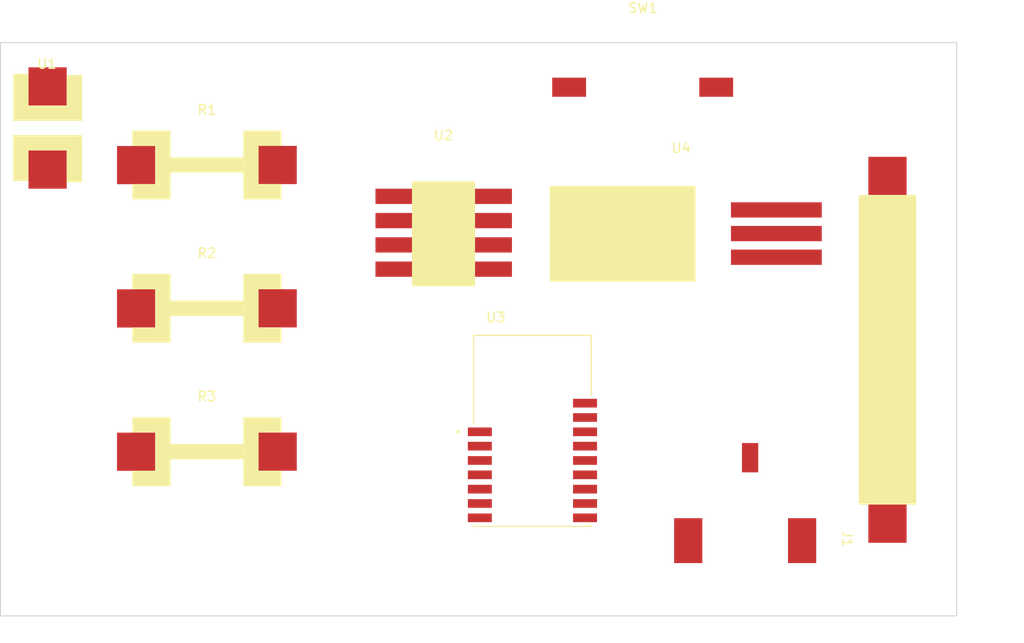
<source format=kicad_pcb>
(kicad_pcb (version 20211014) (generator pcbnew)
  (layers (0 "F.Cu" signal) (31 "B.Cu" signal) (34 "B.Paste" user) (35 "F.Paste" user) (36 "B.SilkS" user "B.Silkscreen") (37 "F.SilkS" user "F.Silkscreen") (38 "B.Mask" user) (39 "F.Mask" user) (44 "Edge.Cuts" user))
  (net 0 "")
  (net 1 "Net-(R1-Pad1)")
  (net 2 "Net-(R2-Pad1)")
  (net 5 "Net-(BT1-Pad1)")
  (net 7 "Net-(U2-Pad6)")
  (net 8 "Net-(BT1-Pad2)")
  (net 9 "Net-(R1-Pad2)")
  (net 23 "Net-(U3-Pad7)")
  (footprint "4DPrinting:TPU" (layer "F.Cu") (at 129.792 79.7968)
    (fp_text reference "R3" (at 0 -5.78 unlocked) (layer "F.SilkS"))
    (fp_text value "TPU")
    (fp_line (start -4.6 2) (end -7.8 2) (layer "B.SilkS") (width 0.0001))
    (fp_line (start -3.8 3.6) (end -7.8 3.6) (layer "B.SilkS") (width 0.0001))
    (fp_line (start -3.8 3.6) (end -3.8 0.4) (layer "B.SilkS") (width 0.0001))
    (fp_line (start 4.6 -2) (end 7.8 -2) (layer "B.SilkS") (width 0.0001))
    (fp_line (start 3.8 -3.6) (end 3.8 -0.4) (layer "B.SilkS") (width 0.0001))
    (fp_line (start 3.8 -3.6) (end 7.8 -3.6) (layer "B.SilkS") (width 0.0001))
    (fp_line (start -7.8 2) (end -7.8 3.6) (layer "B.SilkS") (width 0.0001))
    (fp_line (start 7.8 -2) (end 7.8 -3.6) (layer "B.SilkS") (width 0.0001))
    (fp_line (start 4.6 2) (end 7.8 2) (layer "F.SilkS") (width 0.0001))
    (fp_line (start -3.8 -3.6) (end -3.8 -0.4) (layer "F.SilkS") (width 0.0001))
    (fp_line (start 4.6 -2) (end 4.6 2) (layer "F.SilkS") (width 0.0001))
    (fp_line (start 3.8 3.6) (end 7.8 3.6) (layer "F.SilkS") (width 0.0001))
    (fp_line (start -4.6 -2) (end -4.6 2) (layer "F.SilkS") (width 0.0001))
    (fp_line (start -4.6 -2) (end -7.8 -2) (layer "F.SilkS") (width 0.0001))
    (fp_line (start -3.8 -0.4) (end 3.8 -0.4) (layer "F.SilkS") (width 0.0001))
    (fp_line (start 7.8 2) (end 7.8 3.6) (layer "F.SilkS") (width 0.0001))
    (fp_line (start -3.8 -3.6) (end -7.8 -3.6) (layer "F.SilkS") (width 0.0001))
    (fp_line (start -7.8 -2) (end -7.8 -3.6) (layer "F.SilkS") (width 0.0001))
    (fp_line (start -3.8 0.4) (end 3.8 0.4) (layer "F.SilkS") (width 0.0001))
    (fp_line (start 3.8 3.6) (end 3.8 0.4) (layer "F.SilkS") (width 0.0001))
    (fp_rect (start 3.8 -2) (end 5.4 2) (layer "F.SilkS") (width 0.0001) (fill solid))
    (fp_rect (start -7.8 2) (end -3.8 3.6) (layer "F.SilkS") (width 0.0001) (fill solid))
    (fp_rect (start -7.8 -3.6) (end -3.8 -2) (layer "F.SilkS") (width 0.0001) (fill solid))
    (fp_rect (start 3.8 2) (end 7.8 3.6) (layer "F.SilkS") (width 0.0001) (fill solid))
    (fp_rect (start 3.8 -3.6) (end 7.8 -2) (layer "F.SilkS") (width 0.0001) (fill solid))
    (fp_rect (start -3.8 -0.8) (end 3.8 0.8) (layer "F.SilkS") (width 0.0001) (fill solid))
    (fp_rect (start -5.4 -2) (end -3.8 2) (layer "F.SilkS") (width 0.0001) (fill solid))
    (pad "1" smd rect (at -7.4 0.01) (size 4 4) (layers "F.Cu" "F.Paste" "F.Mask") (net 2 "Net-(R2-Pad1)"))
    (pad "2" smd rect (at 7.4 0) (size 4 4) (layers "F.Cu" "F.Paste" "F.Mask") (net 8 "Net-(BT1-Pad2)"))
  )
  (footprint "4DPrinting:voltage_regulator" (layer "F.Cu") (at 179.3748 57.0484)
    (fp_text reference "U4" (at 0.02 -9.03 unlocked) (layer "F.SilkS"))
    (fp_text value "LD1117V33")
    (fp_rect (start -13.73 -5.05) (end 1.52 4.95) (layer "F.SilkS") (width 0.0001) (fill solid))
    (pad "1" smd rect (at 9.97 2.4) (size 9.5 1.6) (layers "F.Cu" "F.Paste" "F.Mask") (net 8 "Net-(BT1-Pad2)"))
    (pad "2" smd rect (at 9.97 -0.075) (size 9.5 1.6) (layers "F.Cu" "F.Paste" "F.Mask") (net 23 "Net-(U3-Pad7)"))
    (pad "3" smd rect (at 9.97 -2.55) (size 9.5 1.6) (layers "F.Cu" "F.Paste" "F.Mask") (net 9 "Net-(R1-Pad2)"))
  )
  (footprint "4DPrinting:Battery" (layer "F.Cu") (at 200.9648 69.1388 180)
    (fp_text reference "BT1" (at -0.08 -5.9 180 unlocked) (layer "F.SilkS"))
    (fp_text value "Battery")
    (fp_rect (start -3 -16.2) (end 3 16.2) (layer "F.SilkS") (width 0.001) (fill solid))
    (pad "1" smd rect (at 0 18.2 180) (size 4 4) (layers "F.Cu" "F.Paste" "F.Mask") (net 5 "Net-(BT1-Pad1)"))
    (pad "2" smd rect (at 0 -18.2 180) (size 4 4) (layers "F.Cu" "F.Paste" "F.Mask") (net 8 "Net-(BT1-Pad2)"))
  )
  (footprint "4DPrinting:wave_gen" (layer "F.Cu") (at 113.1316 45.9232)
    (fp_text reference "U1" (at -0.08 -6.71 unlocked) (layer "F.SilkS"))
    (fp_text value "Wave Gen")
    (fp_rect (start -3.59 -2.34) (end -1.99 -5.69) (layer "F.SilkS") (width 0.0001) (fill solid))
    (fp_rect (start -3.6 0.75) (end 3.6 2.35) (layer "F.SilkS") (width 0.0001) (fill solid))
    (fp_rect (start 2.01 -2.35) (end 3.61 -5.54) (layer "F.SilkS") (width 0.0001) (fill solid))
    (fp_rect (start 3.61 -0.75) (end -3.59 -2.35) (layer "F.SilkS") (width 0.0001) (fill solid))
    (fp_rect (start -2 2.35) (end -3.6 5.54) (layer "F.SilkS") (width 0.0001) (fill solid))
    (fp_rect (start 3.6 2.34) (end 2 5.69) (layer "F.SilkS") (width 0.0001) (fill solid))
    (pad "1" smd rect (at 0 4.35) (size 4 4) (layers "F.Cu" "F.Paste" "F.Mask") (net 8 "Net-(BT1-Pad2)"))
    (pad "2" smd rect (at 0 -4.35 180) (size 4 4) (layers "F.Cu" "F.Paste" "F.Mask") (net 1 "Net-(R1-Pad1)"))
  )
  (footprint "4DPrinting:custom_lf356" (layer "F.Cu") (at 154.5336 56.9976)
    (fp_text reference "U2" (at 0 -10.31 unlocked) (layer "F.SilkS"))
    (fp_text value "LF356")
    (fp_rect (start -3.3 -5.5) (end 3.3 5.5) (layer "F.SilkS") (width 0.0001) (fill solid))
    (pad "1" smd rect (at -5.1775 -3.92) (size 3.875 1.6) (layers "F.Cu" "F.Paste" "F.Mask"))
    (pad "2" smd rect (at -5.1775 -1.38) (size 3.875 1.6) (layers "F.Cu" "F.Paste" "F.Mask") (net 1 "Net-(R1-Pad1)"))
    (pad "3" smd rect (at -5.1775 1.16) (size 3.875 1.6) (layers "F.Cu" "F.Paste" "F.Mask") (net 2 "Net-(R2-Pad1)"))
    (pad "4" smd rect (at -5.1775 3.7) (size 3.875 1.6) (layers "F.Cu" "F.Paste" "F.Mask") (net 8 "Net-(BT1-Pad2)"))
    (pad "5" smd rect (at 5.22 3.7) (size 3.875 1.6) (layers "F.Cu" "F.Paste" "F.Mask"))
    (pad "6" smd rect (at 5.22 1.16) (size 3.875 1.6) (layers "F.Cu" "F.Paste" "F.Mask") (net 7 "Net-(U2-Pad6)"))
    (pad "7" smd rect (at 5.22 -1.38) (size 3.875 1.6) (layers "F.Cu" "F.Paste" "F.Mask") (net 9 "Net-(R1-Pad2)"))
    (pad "8" smd rect (at 5.22 -3.92) (size 3.875 1.6) (layers "F.Cu" "F.Paste" "F.Mask"))
  )
  (footprint "4DPrinting:TPU" (layer "F.Cu") (at 129.792 49.7968)
    (fp_text reference "R1" (at 0 -5.78 unlocked) (layer "F.SilkS"))
    (fp_text value "TPU")
    (fp_line (start -7.8 2) (end -7.8 3.6) (layer "B.SilkS") (width 0.0001))
    (fp_line (start -4.6 2) (end -7.8 2) (layer "B.SilkS") (width 0.0001))
    (fp_line (start -3.8 3.6) (end -3.8 0.4) (layer "B.SilkS") (width 0.0001))
    (fp_line (start 4.6 -2) (end 7.8 -2) (layer "B.SilkS") (width 0.0001))
    (fp_line (start -3.8 3.6) (end -7.8 3.6) (layer "B.SilkS") (width 0.0001))
    (fp_line (start 7.8 -2) (end 7.8 -3.6) (layer "B.SilkS") (width 0.0001))
    (fp_line (start 3.8 -3.6) (end 7.8 -3.6) (layer "B.SilkS") (width 0.0001))
    (fp_line (start 3.8 -3.6) (end 3.8 -0.4) (layer "B.SilkS") (width 0.0001))
    (fp_line (start 3.8 3.6) (end 7.8 3.6) (layer "F.SilkS") (width 0.0001))
    (fp_line (start -3.8 0.4) (end 3.8 0.4) (layer "F.SilkS") (width 0.0001))
    (fp_line (start 4.6 -2) (end 4.6 2) (layer "F.SilkS") (width 0.0001))
    (fp_line (start 7.8 2) (end 7.8 3.6) (layer "F.SilkS") (width 0.0001))
    (fp_line (start -4.6 -2) (end -7.8 -2) (layer "F.SilkS") (width 0.0001))
    (fp_line (start -3.8 -0.4) (end 3.8 -0.4) (layer "F.SilkS") (width 0.0001))
    (fp_line (start 3.8 3.6) (end 3.8 0.4) (layer "F.SilkS") (width 0.0001))
    (fp_line (start -3.8 -3.6) (end -3.8 -0.4) (layer "F.SilkS") (width 0.0001))
    (fp_line (start 4.6 2) (end 7.8 2) (layer "F.SilkS") (width 0.0001))
    (fp_line (start -7.8 -2) (end -7.8 -3.6) (layer "F.SilkS") (width 0.0001))
    (fp_line (start -4.6 -2) (end -4.6 2) (layer "F.SilkS") (width 0.0001))
    (fp_line (start -3.8 -3.6) (end -7.8 -3.6) (layer "F.SilkS") (width 0.0001))
    (fp_rect (start 3.8 2) (end 7.8 3.6) (layer "F.SilkS") (width 0.0001) (fill solid))
    (fp_rect (start -5.4 -2) (end -3.8 2) (layer "F.SilkS") (width 0.0001) (fill solid))
    (fp_rect (start 3.8 -2) (end 5.4 2) (layer "F.SilkS") (width 0.0001) (fill solid))
    (fp_rect (start -7.8 -3.6) (end -3.8 -2) (layer "F.SilkS") (width 0.0001) (fill solid))
    (fp_rect (start 3.8 -3.6) (end 7.8 -2) (layer "F.SilkS") (width 0.0001) (fill solid))
    (fp_rect (start -3.8 -0.8) (end 3.8 0.8) (layer "F.SilkS") (width 0.0001) (fill solid))
    (fp_rect (start -7.8 2) (end -3.8 3.6) (layer "F.SilkS") (width 0.0001) (fill solid))
    (pad "1" smd rect (at -7.4 0.01) (size 4 4) (layers "F.Cu" "F.Paste" "F.Mask") (net 1 "Net-(R1-Pad1)"))
    (pad "2" smd rect (at 7.4 0) (size 4 4) (layers "F.Cu" "F.Paste" "F.Mask") (net 9 "Net-(R1-Pad2)"))
  )
  (footprint "4DPrinting:switch" (layer "F.Cu") (at 175.3616 41.656)
    (fp_text reference "SW1" (at 0.02 -8.28 unlocked) (layer "F.SilkS"))
    (fp_text value "SW_Push")
    (fp_rect (start -5.95 4.1) (end 5.95 -4.1) (layer "F.SilkS") (width 0.001) (fill none))
    (pad "1" smd rect (at -7.69 0) (size 3.54 2) (layers "F.Cu" "F.Paste" "F.Mask") (net 9 "Net-(R1-Pad2)"))
    (pad "2" smd rect (at 7.69 0) (size 3.54 2) (layers "F.Cu" "F.Paste" "F.Mask") (net 5 "Net-(BT1-Pad1)"))
  )
  (footprint "4DPrinting:charge_port" (layer "F.Cu") (at 186.0854 88.9593 -90)
    (fp_text reference "J1" (at -0.04 -10.66 -90 unlocked) (layer "F.SilkS"))
    (fp_text value "Jack-DC")
    (fp_rect (start -7 -4.48) (end 7 4.48) (layer "F.SilkS") (width 0.0001) (fill none))
    (pad "1" smd rect (at 0.15 5.96 90) (size 4.7 2.95) (layers "F.Cu" "F.Paste" "F.Mask") (net 5 "Net-(BT1-Pad1)"))
    (pad "2" smd rect (at 0.15 -5.95 90) (size 4.7 2.95) (layers "F.Cu" "F.Paste" "F.Mask") (net 8 "Net-(BT1-Pad2)"))
    (pad "3" smd rect (at -8.53 -0.51 90) (size 3.07 1.7) (layers "F.Cu" "F.Paste" "F.Mask"))
  )
  (footprint "4DPrinting:TPU" (layer "F.Cu") (at 129.792 64.7968)
    (fp_text reference "R2" (at 0 -5.78 unlocked) (layer "F.SilkS"))
    (fp_text value "TPU")
    (fp_line (start 3.8 -3.6) (end 7.8 -3.6) (layer "B.SilkS") (width 0.0001))
    (fp_line (start -7.8 2) (end -7.8 3.6) (layer "B.SilkS") (width 0.0001))
    (fp_line (start 4.6 -2) (end 7.8 -2) (layer "B.SilkS") (width 0.0001))
    (fp_line (start -4.6 2) (end -7.8 2) (layer "B.SilkS") (width 0.0001))
    (fp_line (start -3.8 3.6) (end -3.8 0.4) (layer "B.SilkS") (width 0.0001))
    (fp_line (start 3.8 -3.6) (end 3.8 -0.4) (layer "B.SilkS") (width 0.0001))
    (fp_line (start -3.8 3.6) (end -7.8 3.6) (layer "B.SilkS") (width 0.0001))
    (fp_line (start 7.8 -2) (end 7.8 -3.6) (layer "B.SilkS") (width 0.0001))
    (fp_line (start 7.8 2) (end 7.8 3.6) (layer "F.SilkS") (width 0.0001))
    (fp_line (start 3.8 3.6) (end 3.8 0.4) (layer "F.SilkS") (width 0.0001))
    (fp_line (start 4.6 2) (end 7.8 2) (layer "F.SilkS") (width 0.0001))
    (fp_line (start -3.8 -3.6) (end -3.8 -0.4) (layer "F.SilkS") (width 0.0001))
    (fp_line (start -7.8 -2) (end -7.8 -3.6) (layer "F.SilkS") (width 0.0001))
    (fp_line (start 3.8 3.6) (end 7.8 3.6) (layer "F.SilkS") (width 0.0001))
    (fp_line (start -3.8 0.4) (end 3.8 0.4) (layer "F.SilkS") (width 0.0001))
    (fp_line (start 4.6 -2) (end 4.6 2) (layer "F.SilkS") (width 0.0001))
    (fp_line (start -3.8 -3.6) (end -7.8 -3.6) (layer "F.SilkS") (width 0.0001))
    (fp_line (start -4.6 -2) (end -7.8 -2) (layer "F.SilkS") (width 0.0001))
    (fp_line (start -4.6 -2) (end -4.6 2) (layer "F.SilkS") (width 0.0001))
    (fp_line (start -3.8 -0.4) (end 3.8 -0.4) (layer "F.SilkS") (width 0.0001))
    (fp_rect (start -7.8 2) (end -3.8 3.6) (layer "F.SilkS") (width 0.0001) (fill solid))
    (fp_rect (start -7.8 -3.6) (end -3.8 -2) (layer "F.SilkS") (width 0.0001) (fill solid))
    (fp_rect (start -3.8 -0.8) (end 3.8 0.8) (layer "F.SilkS") (width 0.0001) (fill solid))
    (fp_rect (start 3.8 -3.6) (end 7.8 -2) (layer "F.SilkS") (width 0.0001) (fill solid))
    (fp_rect (start 3.8 -2) (end 5.4 2) (layer "F.SilkS") (width 0.0001) (fill solid))
    (fp_rect (start 3.8 2) (end 7.8 3.6) (layer "F.SilkS") (width 0.0001) (fill solid))
    (fp_rect (start -5.4 -2) (end -3.8 2) (layer "F.SilkS") (width 0.0001) (fill solid))
    (pad "1" smd rect (at -7.4 0.01) (size 4 4) (layers "F.Cu" "F.Paste" "F.Mask") (net 2 "Net-(R2-Pad1)"))
    (pad "2" smd rect (at 7.4 0) (size 4 4) (layers "F.Cu" "F.Paste" "F.Mask") (net 9 "Net-(R1-Pad2)"))
  )
  (footprint "4DPrinting:MODULE_ESP-M2" (layer "F.Cu") (at 163.8353 77.6224)
    (fp_text reference "U3" (at -3.83 -11.885) (layer "F.SilkS"))
    (fp_text value "ESP-M2")
    (fp_line (start 6.15 -10) (end -6.15 -10) (layer "F.SilkS") (width 0.127))
    (fp_line (start -6.15 10) (end -6.15 9.875) (layer "F.SilkS") (width 0.127))
    (fp_line (start -6.15 10) (end 6.15 10) (layer "F.SilkS") (width 0.127))
    (fp_line (start 6.15 -3.675) (end 6.15 -10) (layer "F.SilkS") (width 0.127))
    (fp_line (start -6.15 -10) (end -6.15 -0.675) (layer "F.SilkS") (width 0.127))
    (fp_line (start 6.15 10) (end 6.15 9.875) (layer "F.SilkS") (width 0.127))
    (fp_circle (center -7.755 0.1) (end -7.655 0.1) (layer "F.SilkS") (width 0.2) (fill none))
    (pad "1" smd rect (at -5.5 0.1) (size 2.51 0.91) (layers "F.Cu" "F.Paste" "F.Mask") (net 7 "Net-(U2-Pad6)"))
    (pad "2" smd rect (at -5.5 1.6) (size 2.51 0.91) (layers "F.Cu" "F.Paste" "F.Mask"))
    (pad "3" smd rect (at -5.5 3.1) (size 2.51 0.91) (layers "F.Cu" "F.Paste" "F.Mask"))
    (pad "4" smd rect (at -5.5 4.6) (size 2.51 0.91) (layers "F.Cu" "F.Paste" "F.Mask"))
    (pad "5" smd rect (at -5.5 6.1) (size 2.51 0.91) (layers "F.Cu" "F.Paste" "F.Mask"))
    (pad "6" smd rect (at -5.5 7.6) (size 2.51 0.91) (layers "F.Cu" "F.Paste" "F.Mask"))
    (pad "7" smd rect (at -5.5 9.1) (size 2.51 0.91) (layers "F.Cu" "F.Paste" "F.Mask") (net 23 "Net-(U3-Pad7)"))
    (pad "8" smd rect (at 5.5 9.1) (size 2.51 0.91) (layers "F.Cu" "F.Paste" "F.Mask") (net 8 "Net-(BT1-Pad2)"))
    (pad "9" smd rect (at 5.5 7.6) (size 2.51 0.91) (layers "F.Cu" "F.Paste" "F.Mask"))
    (pad "10" smd rect (at 5.5 6.1) (size 2.51 0.91) (layers "F.Cu" "F.Paste" "F.Mask"))
    (pad "11" smd rect (at 5.5 4.6) (size 2.51 0.91) (layers "F.Cu" "F.Paste" "F.Mask"))
    (pad "12" smd rect (at 5.5 3.1) (size 2.51 0.91) (layers "F.Cu" "F.Paste" "F.Mask"))
    (pad "13" smd rect (at 5.5 1.6) (size 2.51 0.91) (layers "F.Cu" "F.Paste" "F.Mask"))
    (pad "14" smd rect (at 5.5 0.1) (size 2.51 0.91) (layers "F.Cu" "F.Paste" "F.Mask"))
    (pad "15" smd rect (at 5.5 -1.4) (size 2.51 0.91) (layers "F.Cu" "F.Paste" "F.Mask"))
    (pad "16" smd rect (at 5.5 -2.9) (size 2.51 0.91) (layers "F.Cu" "F.Paste" "F.Mask"))
  )
  (gr_rect (start 108.204 36.9824) (end 208.204 96.9824) (layer "Edge.Cuts") (width 0.1) (fill none))
)
</source>
